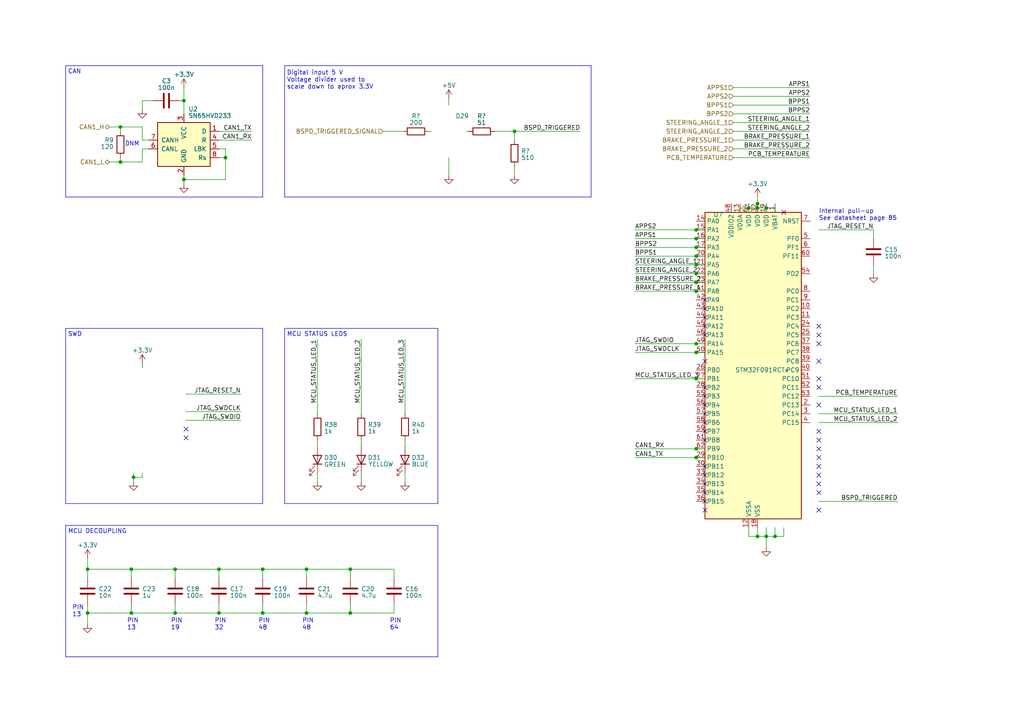
<source format=kicad_sch>
(kicad_sch (version 20230121) (generator eeschema)
  (paper "A4")
  (title_block (title "VEHICLE MEASUREMENT UNIT (VMU)") (rev "1.0") (company "KTH FORMULA STUDENT") (comment 1 "DeV17/DeV18") (comment 2 "PHILIP LIND") (comment 3 "PHILIND@KTH.SE"))
  (lib_symbols
    (symbol "Device:C" (pin_numbers hide) (pin_names (offset 0.254))
      (property "Reference" "C" (at 0.635 2.54 0))
      (property "Value" "C" (at 0.635 -2.54 0))
      (symbol "C_0_1"
        (polyline (pts (xy -2.032 -0.762) (xy 2.032 -0.762)) (stroke (width 0.508)))
        (polyline (pts (xy -2.032 0.762) (xy 2.032 0.762)) (stroke (width 0.508)))
      )
      (symbol "C_1_1"
        (pin passive line (at 0 3.81 270) (length 2.794) (name "~") (number "1"))
        (pin passive line (at 0 -3.81 90) (length 2.794) (name "~") (number "2"))
      )
    )
    (symbol "Device:LED" (pin_numbers hide) (pin_names (offset 1.016) hide)
      (property "Reference" "D" (at 0 2.54 0))
      (property "Value" "LED" (at 0 -2.54 0))
      (symbol "LED_0_1"
        (polyline (pts (xy -1.27 -1.27) (xy -1.27 1.27)) (stroke (width 0.254)))
        (polyline (pts (xy -1.27 0) (xy 1.27 0)))
        (polyline (pts (xy 1.27 -1.27) (xy 1.27 1.27) (xy -1.27 0) (xy 1.27 -1.27)) (stroke (width 0.254)))
        (polyline (pts (xy -3.048 -0.762) (xy -4.572 -2.286) (xy -3.81 -2.286) (xy -4.572 -2.286) (xy -4.572 -1.524)))
        (polyline (pts (xy -1.778 -0.762) (xy -3.302 -2.286) (xy -2.54 -2.286) (xy -3.302 -2.286) (xy -3.302 -1.524)))
      )
      (symbol "LED_1_1"
        (pin passive line (at -3.81 0 0) (length 2.54) (name "K") (number "1"))
        (pin passive line (at 3.81 0 180) (length 2.54) (name "A") (number "2"))
      )
    )
    (symbol "Device:R" (pin_numbers hide) (pin_names (offset 0))
      (property "Reference" "R" (at 2.032 0 90))
      (property "Value" "R" (at 0 0 90))
      (symbol "R_0_1"
        (rectangle (start -1.016 -2.54) (end 1.016 2.54) (stroke (width 0.254)))
      )
      (symbol "R_1_1"
        (pin passive line (at 0 3.81 270) (length 1.27) (name "~") (number "1"))
        (pin passive line (at 0 -3.81 90) (length 1.27) (name "~") (number "2"))
      )
    )
    (symbol "Interface_CAN_LIN:SN65HVD233" (pin_names (offset 1.016))
      (property "Reference" "U" (at -2.54 10.16 0))
      (property "Value" "SN65HVD233" (at -2.54 7.62 0))
      (symbol "SN65HVD233_0_1"
        (rectangle (start -7.62 5.08) (end 7.62 -7.62) (stroke (width 0.254)) (fill (type background)))
      )
      (symbol "SN65HVD233_1_1"
        (pin input line (at -10.16 2.54 0) (length 2.54) (name "D") (number "1"))
        (pin power_in line (at 0 -10.16 90) (length 2.54) (name "GND") (number "2"))
        (pin power_in line (at 0 7.62 270) (length 2.54) (name "VCC") (number "3"))
        (pin output line (at -10.16 0 0) (length 2.54) (name "R") (number "4"))
        (pin input line (at -10.16 -2.54 0) (length 2.54) (name "LBK") (number "5"))
        (pin bidirectional line (at 10.16 -2.54 180) (length 2.54) (name "CANL") (number "6"))
        (pin bidirectional line (at 10.16 0 180) (length 2.54) (name "CANH") (number "7"))
        (pin input line (at -10.16 -5.08 0) (length 2.54) (name "Rs") (number "8"))
      )
    )
    (symbol "MCU_ST_STM32F0:STM32F091RCTx"
      (property "Reference" "U" (at -12.7 46.99 0))
      (property "Value" "STM32F091RCTx" (at 10.16 46.99 0))
      (symbol "STM32F091RCTx_0_1"
        (rectangle (start -12.7 -43.18) (end 15.24 45.72) (stroke (width 0.254)) (fill (type background)))
      )
      (symbol "STM32F091RCTx_1_1"
        (pin power_in line (at -5.08 48.26 270) (length 2.54) (name "VBAT") (number "1"))
        (pin bidirectional line (at -15.24 17.78 0) (length 2.54) (name "PC2") (number "10"))
        (pin bidirectional line (at -15.24 15.24 0) (length 2.54) (name "PC3") (number "11"))
        (pin power_in line (at 2.54 -45.72 90) (length 2.54) (name "VSSA") (number "12"))
        (pin power_in line (at 5.08 48.26 270) (length 2.54) (name "VDDA") (number "13"))
        (pin bidirectional line (at 17.78 43.18 180) (length 2.54) (name "PA0") (number "14"))
        (pin bidirectional line (at 17.78 40.64 180) (length 2.54) (name "PA1") (number "15"))
        (pin bidirectional line (at 17.78 38.1 180) (length 2.54) (name "PA2") (number "16"))
        (pin bidirectional line (at 17.78 35.56 180) (length 2.54) (name "PA3") (number "17"))
        (pin power_in line (at 0 -45.72 90) (length 2.54) (name "VSS") (number "18"))
        (pin power_in line (at -2.54 48.26 270) (length 2.54) (name "VDD") (number "19"))
        (pin bidirectional line (at -15.24 -10.16 0) (length 2.54) (name "PC13") (number "2"))
        (pin bidirectional line (at 17.78 33.02 180) (length 2.54) (name "PA4") (number "20"))
        (pin bidirectional line (at 17.78 30.48 180) (length 2.54) (name "PA5") (number "21"))
        (pin bidirectional line (at 17.78 27.94 180) (length 2.54) (name "PA6") (number "22"))
        (pin bidirectional line (at 17.78 25.4 180) (length 2.54) (name "PA7") (number "23"))
        (pin bidirectional line (at -15.24 12.7 0) (length 2.54) (name "PC4") (number "24"))
        (pin bidirectional line (at -15.24 10.16 0) (length 2.54) (name "PC5") (number "25"))
        (pin bidirectional line (at 17.78 0 180) (length 2.54) (name "PB0") (number "26"))
        (pin bidirectional line (at 17.78 -2.54 180) (length 2.54) (name "PB1") (number "27"))
        (pin bidirectional line (at 17.78 -5.08 180) (length 2.54) (name "PB2") (number "28"))
        (pin bidirectional line (at 17.78 -25.4 180) (length 2.54) (name "PB10") (number "29"))
        (pin bidirectional line (at -15.24 -12.7 0) (length 2.54) (name "PC14") (number "3"))
        (pin bidirectional line (at 17.78 -27.94 180) (length 2.54) (name "PB11") (number "30"))
        (pin passive line (at 0 -45.72 90) (length 2.54) hide (name "VSS") (number "31"))
        (pin power_in line (at 0 48.26 270) (length 2.54) (name "VDD") (number "32"))
        (pin bidirectional line (at 17.78 -30.48 180) (length 2.54) (name "PB12") (number "33"))
        (pin bidirectional line (at 17.78 -33.02 180) (length 2.54) (name "PB13") (number "34"))
        (pin bidirectional line (at 17.78 -35.56 180) (length 2.54) (name "PB14") (number "35"))
        (pin bidirectional line (at 17.78 -38.1 180) (length 2.54) (name "PB15") (number "36"))
        (pin bidirectional line (at -15.24 7.62 0) (length 2.54) (name "PC6") (number "37"))
        (pin bidirectional line (at -15.24 5.08 0) (length 2.54) (name "PC7") (number "38"))
        (pin bidirectional line (at -15.24 2.54 0) (length 2.54) (name "PC8") (number "39"))
        (pin bidirectional line (at -15.24 -15.24 0) (length 2.54) (name "PC15") (number "4"))
        (pin bidirectional line (at -15.24 0 0) (length 2.54) (name "PC9") (number "40"))
        (pin bidirectional line (at 17.78 22.86 180) (length 2.54) (name "PA8") (number "41"))
        (pin bidirectional line (at 17.78 20.32 180) (length 2.54) (name "PA9") (number "42"))
        (pin bidirectional line (at 17.78 17.78 180) (length 2.54) (name "PA10") (number "43"))
        (pin bidirectional line (at 17.78 15.24 180) (length 2.54) (name "PA11") (number "44"))
        (pin bidirectional line (at 17.78 12.7 180) (length 2.54) (name "PA12") (number "45"))
        (pin bidirectional line (at 17.78 10.16 180) (length 2.54) (name "PA13") (number "46"))
        (pin passive line (at 0 -45.72 90) (length 2.54) hide (name "VSS") (number "47"))
        (pin power_in line (at 7.62 48.26 270) (length 2.54) (name "VDDIO2") (number "48"))
        (pin bidirectional line (at 17.78 7.62 180) (length 2.54) (name "PA14") (number "49"))
        (pin bidirectional line (at -15.24 38.1 0) (length 2.54) (name "PF0") (number "5"))
        (pin bidirectional line (at 17.78 5.08 180) (length 2.54) (name "PA15") (number "50"))
        (pin bidirectional line (at -15.24 -2.54 0) (length 2.54) (name "PC10") (number "51"))
        (pin bidirectional line (at -15.24 -5.08 0) (length 2.54) (name "PC11") (number "52"))
        (pin bidirectional line (at -15.24 -7.62 0) (length 2.54) (name "PC12") (number "53"))
        (pin bidirectional line (at -15.24 27.94 0) (length 2.54) (name "PD2") (number "54"))
        (pin bidirectional line (at 17.78 -7.62 180) (length 2.54) (name "PB3") (number "55"))
        (pin bidirectional line (at 17.78 -10.16 180) (length 2.54) (name "PB4") (number "56"))
        (pin bidirectional line (at 17.78 -12.7 180) (length 2.54) (name "PB5") (number "57"))
        (pin bidirectional line (at 17.78 -15.24 180) (length 2.54) (name "PB6") (number "58"))
        (pin bidirectional line (at 17.78 -17.78 180) (length 2.54) (name "PB7") (number "59"))
        (pin bidirectional line (at -15.24 35.56 0) (length 2.54) (name "PF1") (number "6"))
        (pin bidirectional line (at -15.24 33.02 0) (length 2.54) (name "PF11") (number "60"))
        (pin bidirectional line (at 17.78 -20.32 180) (length 2.54) (name "PB8") (number "61"))
        (pin bidirectional line (at 17.78 -22.86 180) (length 2.54) (name "PB9") (number "62"))
        (pin passive line (at 0 -45.72 90) (length 2.54) hide (name "VSS") (number "63"))
        (pin power_in line (at 2.54 48.26 270) (length 2.54) (name "VDD") (number "64"))
        (pin input line (at -15.24 43.18 0) (length 2.54) (name "NRST") (number "7"))
        (pin bidirectional line (at -15.24 22.86 0) (length 2.54) (name "PC0") (number "8"))
        (pin bidirectional line (at -15.24 20.32 0) (length 2.54) (name "PC1") (number "9"))
      )
    )
    (symbol "power:+3.3V" (power) (pin_names (offset 0))
      (property "Value" "+3.3V" (at 0 3.556 0))
      (symbol "+3.3V_0_1"
        (polyline (pts (xy -0.762 1.27) (xy 0 2.54)))
        (polyline (pts (xy 0 0) (xy 0 2.54)))
        (polyline (pts (xy 0 2.54) (xy 0.762 1.27)))
      )
      (symbol "+3.3V_1_1"
        (pin power_in line (at 0 0 90) (length 0) hide (name "+3.3V") (number "1"))
      )
    )
    (symbol "power:+5V" (power) (pin_names (offset 0))
      (property "Value" "+5V" (at 0 3.556 0))
      (symbol "+5V_0_1"
        (polyline (pts (xy -0.762 1.27) (xy 0 2.54)))
        (polyline (pts (xy 0 0) (xy 0 2.54)))
        (polyline (pts (xy 0 2.54) (xy 0.762 1.27)))
      )
      (symbol "+5V_1_1"
        (pin power_in line (at 0 0 90) (length 0) hide (name "+5V") (number "1"))
      )
    )
    (symbol "power:GND" (power) (pin_names (offset 0))
      (property "Value" "GND" (at 0 -3.81 0))
      (symbol "GND_0_1"
        (polyline (pts (xy 0 0) (xy 0 -1.27) (xy 1.27 -1.27) (xy 0 -2.54) (xy -1.27 -1.27) (xy 0 -1.27)))
      )
      (symbol "GND_1_1"
        (pin power_in line (at 0 0 270) (length 0) hide (name "GND") (number "1"))
      )
    )
  )
  (junction (at 201.93 99.695))
  (junction (at 201.93 69.215))
  (junction (at 201.93 84.455))
  (junction (at 201.93 102.235))
  (junction (at 219.71 155.575))
  (junction (at 222.25 60.325))
  (junction (at 50.8 165.1))
  (junction (at 201.93 132.715))
  (junction (at 201.93 66.675))
  (junction (at 201.93 79.375))
  (junction (at 219.71 60.325))
  (junction (at 38.1 165.1))
  (junction (at 76.2 165.1))
  (junction (at 53.34 52.07))
  (junction (at 201.93 109.855))
  (junction (at 101.6 177.8))
  (junction (at 222.25 155.575))
  (junction (at 201.93 81.915))
  (junction (at 217.17 60.325))
  (junction (at 65.405 45.72))
  (junction (at 88.9 165.1))
  (junction (at 25.4 165.1))
  (junction (at 76.2 177.8))
  (junction (at 201.93 74.295))
  (junction (at 63.5 177.8))
  (junction (at 53.34 29.21))
  (junction (at 38.1 177.8))
  (junction (at 34.925 36.83))
  (junction (at 63.5 165.1))
  (junction (at 88.9 177.8))
  (junction (at 25.4 177.8))
  (junction (at 38.735 138.43))
  (junction (at 201.93 76.835))
  (junction (at 50.8 177.8))
  (junction (at 101.6 165.1))
  (junction (at 34.925 46.99))
  (junction (at 201.93 71.755))
  (junction (at 219.71 59.055))
  (junction (at 149.225 38.1))
  (junction (at 201.93 130.175))
  (junction (at 224.79 155.575))
  (no_connect (at 204.47 89.535))
  (no_connect (at 204.47 112.395))
  (no_connect (at 204.47 145.415))
  (no_connect (at 204.47 122.555))
  (no_connect (at 237.49 140.335))
  (no_connect (at 227.33 61.595))
  (no_connect (at 237.49 132.715))
  (no_connect (at 204.47 97.155))
  (no_connect (at 204.47 135.255))
  (no_connect (at 237.49 104.775))
  (no_connect (at 204.47 114.935))
  (no_connect (at 237.49 135.255))
  (no_connect (at 237.49 94.615))
  (no_connect (at 237.49 109.855))
  (no_connect (at 204.47 127.635))
  (no_connect (at 237.49 130.175))
  (no_connect (at 204.47 92.075))
  (no_connect (at 237.49 112.395))
  (no_connect (at 53.975 124.46))
  (no_connect (at 237.49 125.095))
  (no_connect (at 237.49 147.955))
  (no_connect (at 204.47 104.775))
  (no_connect (at 53.975 127))
  (no_connect (at 204.47 117.475))
  (no_connect (at 237.49 117.475))
  (no_connect (at 204.47 94.615))
  (no_connect (at 237.49 127.635))
  (no_connect (at 237.49 137.795))
  (no_connect (at 237.49 142.875))
  (no_connect (at 204.47 147.955))
  (no_connect (at 204.47 137.795))
  (no_connect (at 237.49 97.155))
  (no_connect (at 237.49 99.695))
  (no_connect (at 204.47 142.875))
  (no_connect (at 204.47 120.015))
  (no_connect (at 204.47 125.095))
  (no_connect (at 204.47 140.335))
  (no_connect (at 204.47 86.995))
  (wire (pts (xy 224.79 60.325) (xy 224.79 61.595)))
  (polyline (pts (xy 82.55 146.05) (xy 127 146.05)))
  (wire (pts (xy 184.15 76.835) (xy 201.93 76.835)))
  (polyline (pts (xy 82.55 57.15) (xy 171.45 57.15)))
  (wire (pts (xy 184.15 71.755) (xy 201.93 71.755)))
  (wire (pts (xy 204.47 69.215) (xy 201.93 69.215)))
  (wire (pts (xy 53.975 119.38) (xy 69.85 119.38)))
  (wire (pts (xy 204.47 74.295) (xy 201.93 74.295)))
  (wire (pts (xy 201.93 66.675) (xy 204.47 66.675)))
  (wire (pts (xy 201.93 81.915) (xy 204.47 81.915)))
  (wire (pts (xy 76.2 177.8) (xy 88.9 177.8)))
  (polyline (pts (xy 127 146.05) (xy 127 95.25)))
  (polyline (pts (xy 76.2 57.15) (xy 76.2 19.05)))
  (wire (pts (xy 184.15 81.915) (xy 201.93 81.915)))
  (wire (pts (xy 217.17 155.575) (xy 219.71 155.575)))
  (wire (pts (xy 76.2 177.8) (xy 76.2 175.26)))
  (wire (pts (xy 92.075 127.635) (xy 92.075 129.54)))
  (polyline (pts (xy 171.45 19.05) (xy 171.45 57.15)))
  (wire (pts (xy 65.405 45.72) (xy 65.405 52.07)))
  (wire (pts (xy 101.6 177.8) (xy 88.9 177.8)))
  (wire (pts (xy 41.275 138.43) (xy 41.275 137.16)))
  (wire (pts (xy 34.925 46.99) (xy 31.75 46.99)))
  (wire (pts (xy 201.93 76.835) (xy 204.47 76.835)))
  (polyline (pts (xy 76.2 146.05) (xy 19.05 146.05)))
  (wire (pts (xy 219.71 60.325) (xy 219.71 61.595)))
  (wire (pts (xy 125.095 38.1) (xy 124.46 38.1)))
  (wire (pts (xy 53.34 52.07) (xy 53.34 50.8)))
  (wire (pts (xy 43.18 43.18) (xy 41.275 43.18)))
  (wire (pts (xy 43.18 40.64) (xy 41.275 40.64)))
  (wire (pts (xy 114.3 175.26) (xy 114.3 177.8)))
  (wire (pts (xy 38.735 138.43) (xy 38.735 139.7)))
  (wire (pts (xy 224.79 155.575) (xy 222.25 155.575)))
  (wire (pts (xy 130.175 50.8) (xy 130.175 45.72)))
  (wire (pts (xy 53.34 25.4) (xy 53.34 29.21)))
  (wire (pts (xy 63.5 38.1) (xy 73.025 38.1)))
  (wire (pts (xy 38.735 138.43) (xy 41.275 138.43)))
  (wire (pts (xy 212.725 30.48) (xy 234.95 30.48)))
  (wire (pts (xy 53.975 114.3) (xy 69.85 114.3)))
  (wire (pts (xy 212.725 35.56) (xy 234.95 35.56)))
  (wire (pts (xy 253.365 69.215) (xy 253.365 66.675)))
  (wire (pts (xy 149.225 40.64) (xy 149.225 38.1)))
  (wire (pts (xy 34.925 46.99) (xy 34.925 45.72)))
  (wire (pts (xy 41.275 40.64) (xy 41.275 36.83)))
  (wire (pts (xy 104.775 127.635) (xy 104.775 129.54)))
  (wire (pts (xy 217.17 60.325) (xy 217.17 61.595)))
  (wire (pts (xy 184.15 130.175) (xy 201.93 130.175)))
  (wire (pts (xy 92.075 137.16) (xy 92.075 139.7)))
  (polyline (pts (xy 76.2 19.05) (xy 19.05 19.05)))
  (polyline (pts (xy 82.55 95.25) (xy 82.55 146.05)))
  (wire (pts (xy 101.6 167.64) (xy 101.6 165.1)))
  (wire (pts (xy 130.175 30.48) (xy 130.175 28.575)))
  (wire (pts (xy 53.34 53.34) (xy 53.34 52.07)))
  (polyline (pts (xy 19.05 146.05) (xy 19.05 95.25)))
  (wire (pts (xy 184.15 109.855) (xy 201.93 109.855)))
  (wire (pts (xy 201.93 74.295) (xy 184.15 74.295)))
  (wire (pts (xy 88.9 167.64) (xy 88.9 165.1)))
  (wire (pts (xy 222.25 60.325) (xy 222.25 61.595)))
  (wire (pts (xy 219.71 59.055) (xy 219.71 57.15)))
  (wire (pts (xy 34.925 36.83) (xy 31.75 36.83)))
  (wire (pts (xy 38.1 177.8) (xy 38.1 175.26)))
  (wire (pts (xy 25.4 161.925) (xy 25.4 165.1)))
  (wire (pts (xy 92.075 98.425) (xy 92.075 120.015)))
  (polyline (pts (xy 19.05 19.05) (xy 19.05 57.15)))
  (wire (pts (xy 65.405 45.72) (xy 63.5 45.72)))
  (wire (pts (xy 237.49 66.675) (xy 253.365 66.675)))
  (wire (pts (xy 114.3 177.8) (xy 101.6 177.8)))
  (wire (pts (xy 41.275 29.21) (xy 41.275 31.75)))
  (wire (pts (xy 104.775 137.16) (xy 104.775 139.7)))
  (wire (pts (xy 53.34 29.21) (xy 53.34 33.02)))
  (wire (pts (xy 212.725 25.4) (xy 234.95 25.4)))
  (wire (pts (xy 212.725 43.18) (xy 234.95 43.18)))
  (polyline (pts (xy 19.05 95.25) (xy 76.2 95.25)))
  (wire (pts (xy 50.8 177.8) (xy 50.8 175.26)))
  (polyline (pts (xy 82.55 57.15) (xy 82.55 19.05)))
  (wire (pts (xy 219.71 155.575) (xy 222.25 155.575)))
  (wire (pts (xy 34.925 36.83) (xy 41.275 36.83)))
  (wire (pts (xy 217.17 153.035) (xy 217.17 155.575)))
  (wire (pts (xy 149.225 38.1) (xy 143.51 38.1)))
  (wire (pts (xy 212.725 33.02) (xy 234.95 33.02)))
  (wire (pts (xy 253.365 79.375) (xy 253.365 76.835)))
  (wire (pts (xy 149.225 38.1) (xy 168.275 38.1)))
  (wire (pts (xy 41.275 46.99) (xy 34.925 46.99)))
  (wire (pts (xy 117.475 129.54) (xy 117.475 127.635)))
  (wire (pts (xy 237.49 122.555) (xy 260.35 122.555)))
  (wire (pts (xy 219.71 60.325) (xy 219.71 59.055)))
  (wire (pts (xy 135.89 38.1) (xy 135.255 38.1)))
  (wire (pts (xy 116.84 38.1) (xy 111.125 38.1)))
  (polyline (pts (xy 127 152.4) (xy 19.05 152.4)))
  (wire (pts (xy 53.975 121.92) (xy 69.85 121.92)))
  (wire (pts (xy 184.15 66.675) (xy 201.93 66.675)))
  (wire (pts (xy 38.735 137.16) (xy 38.735 138.43)))
  (wire (pts (xy 63.5 177.8) (xy 50.8 177.8)))
  (wire (pts (xy 44.45 29.21) (xy 41.275 29.21)))
  (wire (pts (xy 38.1 167.64) (xy 38.1 165.1)))
  (wire (pts (xy 201.93 132.715) (xy 204.47 132.715)))
  (wire (pts (xy 25.4 177.8) (xy 25.4 180.975)))
  (wire (pts (xy 184.15 102.235) (xy 201.93 102.235)))
  (wire (pts (xy 227.33 155.575) (xy 224.79 155.575)))
  (wire (pts (xy 76.2 165.1) (xy 76.2 167.64)))
  (wire (pts (xy 52.07 29.21) (xy 53.34 29.21)))
  (wire (pts (xy 63.5 43.18) (xy 65.405 43.18)))
  (polyline (pts (xy 127 190.5) (xy 127 152.4)))
  (wire (pts (xy 149.225 50.8) (xy 149.225 48.26)))
  (wire (pts (xy 88.9 177.8) (xy 88.9 175.26)))
  (wire (pts (xy 222.25 155.575) (xy 222.25 153.035)))
  (wire (pts (xy 184.15 132.715) (xy 201.93 132.715)))
  (wire (pts (xy 50.8 165.1) (xy 63.5 165.1)))
  (wire (pts (xy 184.15 99.695) (xy 201.93 99.695)))
  (polyline (pts (xy 127 95.25) (xy 82.55 95.25)))
  (polyline (pts (xy 19.05 190.5) (xy 127 190.5)))
  (wire (pts (xy 201.93 99.695) (xy 204.47 99.695)))
  (wire (pts (xy 201.93 102.235) (xy 204.47 102.235)))
  (wire (pts (xy 65.405 43.18) (xy 65.405 45.72)))
  (wire (pts (xy 214.63 61.595) (xy 214.63 60.325)))
  (wire (pts (xy 50.8 165.1) (xy 50.8 167.64)))
  (polyline (pts (xy 19.05 152.4) (xy 19.05 190.5)))
  (wire (pts (xy 217.17 60.325) (xy 219.71 60.325)))
  (wire (pts (xy 201.93 69.215) (xy 184.15 69.215)))
  (wire (pts (xy 63.5 177.8) (xy 76.2 177.8)))
  (wire (pts (xy 214.63 60.325) (xy 217.17 60.325)))
  (wire (pts (xy 201.93 84.455) (xy 184.15 84.455)))
  (wire (pts (xy 237.49 145.415) (xy 260.35 145.415)))
  (wire (pts (xy 63.5 165.1) (xy 76.2 165.1)))
  (wire (pts (xy 73.025 40.64) (xy 63.5 40.64)))
  (wire (pts (xy 38.1 177.8) (xy 50.8 177.8)))
  (wire (pts (xy 63.5 167.64) (xy 63.5 165.1)))
  (wire (pts (xy 25.4 165.1) (xy 25.4 167.64)))
  (wire (pts (xy 65.405 52.07) (xy 53.34 52.07)))
  (wire (pts (xy 114.3 165.1) (xy 114.3 167.64)))
  (wire (pts (xy 117.475 98.425) (xy 117.475 120.015)))
  (wire (pts (xy 41.275 43.18) (xy 41.275 46.99)))
  (polyline (pts (xy 82.55 19.05) (xy 171.45 19.05)))
  (wire (pts (xy 222.25 60.325) (xy 224.79 60.325)))
  (wire (pts (xy 224.79 153.035) (xy 224.79 155.575)))
  (wire (pts (xy 237.49 114.935) (xy 260.35 114.935)))
  (wire (pts (xy 219.71 155.575) (xy 219.71 153.035)))
  (wire (pts (xy 63.5 177.8) (xy 63.5 175.26)))
  (wire (pts (xy 212.725 27.94) (xy 234.95 27.94)))
  (wire (pts (xy 237.49 120.015) (xy 260.35 120.015)))
  (wire (pts (xy 101.6 165.1) (xy 88.9 165.1)))
  (wire (pts (xy 212.725 45.72) (xy 234.95 45.72)))
  (wire (pts (xy 212.725 38.1) (xy 234.95 38.1)))
  (polyline (pts (xy 19.05 57.15) (xy 76.2 57.15)))
  (polyline (pts (xy 76.2 95.25) (xy 76.2 146.05)))
  (wire (pts (xy 222.25 158.75) (xy 222.25 155.575)))
  (wire (pts (xy 41.275 105.41) (xy 41.275 106.68)))
  (wire (pts (xy 204.47 79.375) (xy 201.93 79.375)))
  (wire (pts (xy 38.1 165.1) (xy 25.4 165.1)))
  (wire (pts (xy 204.47 84.455) (xy 201.93 84.455)))
  (wire (pts (xy 38.1 165.1) (xy 50.8 165.1)))
  (wire (pts (xy 117.475 139.7) (xy 117.475 137.16)))
  (wire (pts (xy 101.6 165.1) (xy 114.3 165.1)))
  (wire (pts (xy 101.6 175.26) (xy 101.6 177.8)))
  (wire (pts (xy 25.4 177.8) (xy 38.1 177.8)))
  (wire (pts (xy 227.33 153.035) (xy 227.33 155.575)))
  (wire (pts (xy 201.93 130.175) (xy 204.47 130.175)))
  (wire (pts (xy 25.4 175.26) (xy 25.4 177.8)))
  (wire (pts (xy 219.71 60.325) (xy 222.25 60.325)))
  (wire (pts (xy 104.775 98.425) (xy 104.775 120.015)))
  (wire (pts (xy 88.9 165.1) (xy 76.2 165.1)))
  (wire (pts (xy 212.725 40.64) (xy 234.95 40.64)))
  (wire (pts (xy 201.93 79.375) (xy 184.15 79.375)))
  (wire (pts (xy 201.93 109.855) (xy 204.47 109.855)))
  (wire (pts (xy 34.925 38.1) (xy 34.925 36.83)))
  (wire (pts (xy 201.93 71.755) (xy 204.47 71.755)))
  (text "PIN\n13" (at 20.955 179.07 0) (effects (font (size 1.27 1.27)) (justify left bottom)))
  (text "CAN" (at 19.685 21.59 0) (effects (font (size 1.27 1.27)) (justify left bottom)))
  (text "Internal pull-up\nSee datasheet page 85" (at 237.49 64.135 0) (effects (font (size 1.27 1.27)) (justify left bottom)))
  (text "PIN\n64" (at 113.03 182.88 0) (effects (font (size 1.27 1.27)) (justify left bottom)))
  (text "Digital input 5 V\nVoltage divider used to \nscale down to aprox 3.3V" (at 83.185 26.035 0) (effects (font (size 1.27 1.27)) (justify left bottom)))
  (text "PIN\n48" (at 87.63 182.88 0) (effects (font (size 1.27 1.27)) (justify left bottom)))
  (text "PIN\n48" (at 74.93 182.88 0) (effects (font (size 1.27 1.27)) (justify left bottom)))
  (text "MCU STATUS LEDS" (at 83.185 97.79 0) (effects (font (size 1.27 1.27)) (justify left bottom)))
  (text "SWD" (at 19.685 97.79 0) (effects (font (size 1.27 1.27)) (justify left bottom)))
  (text "PIN\n13" (at 36.83 182.88 0) (effects (font (size 1.27 1.27)) (justify left bottom)))
  (text "MCU DECOUPLING" (at 19.685 154.94 0) (effects (font (size 1.27 1.27)) (justify left bottom)))
  (text "PIN\n32" (at 62.23 182.88 0) (effects (font (size 1.27 1.27)) (justify left bottom)))
  (text "DNM" (at 36.195 42.545 0) (effects (font (size 1.27 1.27)) (justify left bottom)))
  (text "PIN\n19" (at 49.53 182.88 0) (effects (font (size 1.27 1.27)) (justify left bottom)))
  (label "CAN1_TX" (at 184.15 132.715 0))
  (label "STEERING_ANGLE_2" (at 184.15 79.375 0))
  (label "BRAKE_PRESSURE_1" (at 184.15 84.455 0))
  (label "MCU_STATUS_LED_1" (at 260.35 120.015 180))
  (label "BPPS1" (at 184.15 74.295 0))
  (label "PCB_TEMPERATURE" (at 234.95 45.72 180))
  (label "STEERING_ANGLE_2" (at 234.95 38.1 180))
  (label "APPS1" (at 184.15 69.215 0))
  (label "BPPS2" (at 184.15 71.755 0))
  (label "BSPD_TRIGGERED" (at 260.35 145.415 180))
  (label "JTAG_RESET_N" (at 253.365 66.675 180))
  (label "STEERING_ANGLE_1" (at 234.95 35.56 180))
  (label "BPPS2" (at 234.95 33.02 180))
  (label "CAN1_TX" (at 73.025 38.1 180))
  (label "JTAG_RESET_N" (at 69.85 114.3 180))
  (label "BPPS1" (at 234.95 30.48 180))
  (label "MCU_STATUS_LED_2" (at 104.775 98.425 270))
  (label "BSPD_TRIGGERED" (at 168.275 38.1 180))
  (label "BRAKE_PRESSURE_2" (at 234.95 43.18 180))
  (label "JTAG_SWDIO" (at 69.85 121.92 180))
  (label "APPS2" (at 184.15 66.675 0))
  (label "CAN1_RX" (at 73.025 40.64 180))
  (label "PCB_TEMPERATURE" (at 260.35 114.935 180))
  (label "MCU_STATUS_LED_3" (at 117.475 98.425 270))
  (label "STEERING_ANGLE_1" (at 184.15 76.835 0))
  (label "CAN1_RX" (at 184.15 130.175 0))
  (label "JTAG_SWDCLK" (at 184.15 102.235 0))
  (label "MCU_STATUS_LED_2" (at 260.35 122.555 180))
  (label "MCU_STATUS_LED_1" (at 92.075 98.425 270))
  (label "BRAKE_PRESSURE_2" (at 184.15 81.915 0))
  (label "APPS1" (at 234.95 25.4 180))
  (label "JTAG_SWDCLK" (at 69.85 119.38 180))
  (label "MCU_STATUS_LED_3" (at 184.15 109.855 0))
  (label "BRAKE_PRESSURE_1" (at 234.95 40.64 180))
  (label "APPS2" (at 234.95 27.94 180))
  (label "JTAG_SWDIO" (at 184.15 99.695 0))
  (hierarchical_label "APPS1" (shape input) (at 212.725 25.4 180))
  (hierarchical_label "CAN1_L" (shape bidirectional) (at 31.75 46.99 180))
  (hierarchical_label "BRAKE_PRESSURE_2" (shape input) (at 212.725 43.18 180))
  (hierarchical_label "BPPS1" (shape input) (at 212.725 30.48 180))
  (hierarchical_label "BRAKE_PRESSURE_1" (shape input) (at 212.725 40.64 180))
  (hierarchical_label "STEERING_ANGLE_2" (shape input) (at 212.725 38.1 180))
  (hierarchical_label "STEERING_ANGLE_1" (shape input) (at 212.725 35.56 180))
  (hierarchical_label "BSPD_TRIGGERED_SIGNAL" (shape input) (at 111.125 38.1 180))
  (hierarchical_label "APPS2" (shape input) (at 212.725 27.94 180))
  (hierarchical_label "BPPS2" (shape input) (at 212.725 33.02 180))
  (hierarchical_label "CAN1_H" (shape bidirectional) (at 31.75 36.83 180))
  (hierarchical_label "PCB_TEMPERATURE" (shape input) (at 212.725 45.72 180))
  (symbol (lib_id "MCU_ST_STM32F0:STM32F091RCTx") (at 219.71 107.315 0) (mirror y) (unit 1)
    (property "Reference" "U7" (at 208.28 62.23 0))
    (property "Value" "STM32F091RCTx" (at 220.98 107.315 0))
    (property "Footprint" "Package_QFP:LQFP-64_10x10mm_P0.5mm" (effects hide))
    (property "Datasheet" "http://www.st.com/st-web-ui/static/active/en/resource/technical/document/datasheet/DM00115237.pdf" (effects hide))
  )
  (symbol (lib_id "Device:C") (at 38.1 171.45 0) (unit 1)
    (property "Reference" "C23" (at 41.275 170.815 0) (effects (justify left)))
    (property "Value" "1u" (at 41.275 172.72 0) (effects (justify left)))
    (property "Footprint" "Capacitor_SMD:C_0603_1608Metric" (effects hide))
  )
  (symbol (lib_id "Device:C") (at 50.8 171.45 0) (unit 1)
    (property "Reference" "C18" (at 53.975 170.815 0) (effects (justify left)))
    (property "Value" "100n" (at 53.975 172.72 0) (effects (justify left)))
    (property "Footprint" "Capacitor_SMD:C_0603_1608Metric" (effects hide))
  )
  (symbol (lib_id "Device:C") (at 25.4 171.45 0) (unit 1)
    (property "Reference" "C22" (at 28.575 170.815 0) (effects (justify left)))
    (property "Value" "10n" (at 28.575 172.72 0) (effects (justify left)))
    (property "Footprint" "Capacitor_SMD:C_0603_1608Metric" (effects hide))
  )
  (symbol (lib_id "Device:C") (at 63.5 171.45 0) (unit 1)
    (property "Reference" "C17" (at 66.675 170.815 0) (effects (justify left)))
    (property "Value" "100n" (at 66.675 172.72 0) (effects (justify left)))
    (property "Footprint" "Capacitor_SMD:C_0603_1608Metric" (effects hide))
  )
  (symbol (lib_id "Device:C") (at 114.3 171.45 0) (unit 1)
    (property "Reference" "C16" (at 117.475 170.815 0) (effects (justify left)))
    (property "Value" "100n" (at 117.475 172.72 0) (effects (justify left)))
    (property "Footprint" "Capacitor_SMD:C_0603_1608Metric" (effects hide))
  )
  (symbol (lib_id "Device:C") (at 76.2 171.45 0) (unit 1)
    (property "Reference" "C19" (at 79.375 170.815 0) (effects (justify left)))
    (property "Value" "100n" (at 79.375 172.72 0) (effects (justify left)))
    (property "Footprint" "Capacitor_SMD:C_0603_1608Metric" (effects hide))
  )
  (symbol (lib_id "Device:C") (at 88.9 171.45 0) (unit 1)
    (property "Reference" "C21" (at 92.075 170.815 0) (effects (justify left)))
    (property "Value" "4.7u" (at 92.075 172.72 0) (effects (justify left)))
    (property "Footprint" "Capacitor_SMD:C_0603_1608Metric" (effects hide))
  )
  (symbol (lib_id "Device:C") (at 101.6 171.45 0) (unit 1)
    (property "Reference" "C20" (at 104.775 170.815 0) (effects (justify left)))
    (property "Value" "4.7u" (at 104.775 172.72 0) (effects (justify left)))
    (property "Footprint" "Capacitor_SMD:C_0603_1608Metric" (effects hide))
  )
  (symbol (lib_id "power:+3.3V") (at 25.4 161.925 0) (unit 1)
    (property "Reference" "#PWR0152" (effects hide))
    (property "Value" "+3.3V" (at 25.4 158.115 0))
  )
  (symbol (lib_id "power:+3.3V") (at 41.275 105.41 0) (unit 1)
    (property "Reference" "#PWR0146" (effects hide))
    (property "Value" "+3.3V" (at 41.275 101.6 0))
  )
  (symbol (lib_id "KTHFS:ARM_JTAG_SWD_10") (at 41.275 123.19 0) (unit 1)
    (property "Reference" "J6" (at 51.435 107.95 0) (effects (justify right)))
    (property "Value" "ARM_JTAG_SWD_10" (effects hide))
    (property "Footprint" "KTHFS:Atmel_ICP_connector" (effects hide))
  )
  (symbol (lib_id "power:GND") (at 38.735 139.7 0) (unit 1)
    (property "Reference" "#PWR0145" (effects hide))
    (property "Value" "GND" (effects hide))
  )
  (symbol (lib_id "power:GND") (at 222.25 158.75 0) (unit 1)
    (property "Reference" "#PWR0144" (effects hide))
    (property "Value" "GND" (effects hide))
  )
  (symbol (lib_id "Device:R") (at 104.775 123.825 180) (unit 1)
    (property "Reference" "R39" (at 106.68 123.19 0) (effects (justify right)))
    (property "Value" "1k" (at 106.68 125.095 0) (effects (justify right)))
    (property "Footprint" "Resistor_SMD:R_0603_1608Metric" (effects hide))
  )
  (symbol (lib_id "Device:LED") (at 104.775 133.35 270) (mirror x) (unit 1)
    (property "Reference" "D31" (at 108.585 132.715 90))
    (property "Value" "YELLOW" (at 110.49 134.62 90))
    (property "Footprint" "LED_SMD:LED_0603_1608Metric" (effects hide))
  )
  (symbol (lib_id "power:GND") (at 104.775 139.7 0) (unit 1)
    (property "Reference" "#PWR0147" (effects hide))
    (property "Value" "GND" (effects hide))
  )
  (symbol (lib_id "Device:R") (at 117.475 123.825 180) (unit 1)
    (property "Reference" "R40" (at 119.38 123.19 0) (effects (justify right)))
    (property "Value" "1k" (at 119.38 125.095 0) (effects (justify right)))
    (property "Footprint" "Resistor_SMD:R_0603_1608Metric" (effects hide))
  )
  (symbol (lib_id "Device:C") (at 253.365 73.025 0) (unit 1)
    (property "Reference" "C15" (at 256.54 72.39 0) (effects (justify left)))
    (property "Value" "100n" (at 256.54 74.295 0) (effects (justify left)))
    (property "Footprint" "Capacitor_SMD:C_0603_1608Metric" (effects hide))
  )
  (symbol (lib_id "power:GND") (at 253.365 79.375 0) (unit 1)
    (property "Reference" "#PWR0149" (effects hide))
    (property "Value" "GND" (effects hide))
  )
  (symbol (lib_id "Device:R") (at 92.075 123.825 180) (unit 1)
    (property "Reference" "R38" (at 93.98 123.19 0) (effects (justify right)))
    (property "Value" "1k" (at 93.98 125.095 0) (effects (justify right)))
    (property "Footprint" "Resistor_SMD:R_0603_1608Metric" (effects hide))
  )
  (symbol (lib_id "power:+3.3V") (at 219.71 57.15 0) (unit 1)
    (property "Reference" "#PWR0148" (effects hide))
    (property "Value" "+3.3V" (at 219.71 53.34 0))
  )
  (symbol (lib_id "power:GND") (at 130.175 50.8 0) (unit 1)
    (property "Reference" "#PWR?" (effects hide))
    (property "Value" "GND" (effects hide))
    (instances (project "DCU" (path "" (reference "#PWR?") (unit 1)) (path "" (reference "#PWR078") (unit 1))))
  )
  (symbol (lib_id "power:+5V") (at 130.175 28.575 0) (unit 1)
    (property "Reference" "#PWR?" (effects hide))
    (property "Value" "+5V" (at 130.175 24.765 0))
    (instances (project "DCU" (path "" (reference "#PWR?") (unit 1)) (path "" (reference "#PWR077") (unit 1))))
  )
  (symbol (lib_id "Device:R") (at 120.65 38.1 270) (unit 1)
    (property "Reference" "R?" (at 120.65 33.655 90))
    (property "Value" "200" (at 120.65 35.56 90))
    (property "Footprint" "Resistor_SMD:R_0603_1608Metric" (effects hide))
    (instances (project "DCU" (path "" (reference "R?") (unit 1)) (path "" (reference "R35") (unit 1))))
  )
  (symbol (lib_id "KTHFS:D_Schottky_x2_Serial_AKC") (at 130.175 38.1 0) (unit 1)
    (property "Reference" "D29" (at 132.08 33.655 0) (effects (justify left)))
    (property "Value" "D_Schottky_x2_Serial_AKC" (effects hide))
    (property "Footprint" "Package_TO_SOT_SMD:SOT-23" (effects hide))
  )
  (symbol (lib_id "Device:R") (at 139.7 38.1 270) (unit 1)
    (property "Reference" "R?" (at 139.7 33.655 90))
    (property "Value" "51" (at 139.7 35.56 90))
    (property "Footprint" "Resistor_SMD:R_0603_1608Metric" (effects hide))
    (instances (project "DCU" (path "" (reference "R?") (unit 1)) (path "" (reference "R36") (unit 1))))
  )
  (symbol (lib_id "Device:R") (at 149.225 44.45 180) (unit 1)
    (property "Reference" "R?" (at 151.13 43.815 0) (effects (justify right)))
    (property "Value" "510" (at 151.13 45.72 0) (effects (justify right)))
    (property "Footprint" "Resistor_SMD:R_0603_1608Metric" (effects hide))
    (instances (project "DCU" (path "" (reference "R?") (unit 1)) (path "" (reference "R37") (unit 1))))
  )
  (symbol (lib_id "power:GND") (at 149.225 50.8 0) (unit 1)
    (property "Reference" "#PWR0150" (effects hide))
    (property "Value" "GND" (effects hide))
  )
  (symbol (lib_id "Device:LED") (at 117.475 133.35 270) (mirror x) (unit 1)
    (property "Reference" "D32" (at 121.285 132.715 90))
    (property "Value" "BLUE" (at 121.92 134.62 90))
    (property "Footprint" "LED_SMD:LED_0603_1608Metric" (effects hide))
  )
  (symbol (lib_id "Device:LED") (at 92.075 133.35 270) (mirror x) (unit 1)
    (property "Reference" "D30" (at 93.98 132.715 90) (effects (justify left)))
    (property "Value" "GREEN" (at 93.98 133.985 90) (effects (justify left bottom)))
    (property "Footprint" "LED_SMD:LED_0603_1608Metric" (effects hide))
  )
  (symbol (lib_id "power:GND") (at 92.075 139.7 0) (unit 1)
    (property "Reference" "#PWR0151" (effects hide))
    (property "Value" "GND" (effects hide))
  )
  (symbol (lib_id "power:GND") (at 117.475 139.7 0) (unit 1)
    (property "Reference" "#PWR0153" (effects hide))
    (property "Value" "GND" (effects hide))
  )
  (symbol (lib_id "power:GND") (at 25.4 180.975 0) (unit 1)
    (property "Reference" "#PWR0154" (effects hide))
    (property "Value" "GND" (effects hide))
  )
  (symbol (lib_id "power:+3.3V") (at 53.34 25.4 0) (mirror y) (unit 1)
    (property "Reference" "#PWR0155" (effects hide))
    (property "Value" "+3.3V" (at 53.34 21.59 0))
  )
  (symbol (lib_id "power:GND") (at 53.34 53.34 0) (mirror y) (unit 1)
    (property "Reference" "#PWR0156" (effects hide))
    (property "Value" "GND" (effects hide))
  )
  (symbol (lib_id "Device:C") (at 48.26 29.21 90) (mirror x) (unit 1)
    (property "Reference" "C3" (at 48.26 23.495 90))
    (property "Value" "100n" (at 48.26 25.4 90))
    (property "Footprint" "Capacitor_SMD:C_0603_1608Metric" (effects hide))
  )
  (symbol (lib_id "power:GND") (at 41.275 31.75 0) (mirror y) (unit 1)
    (property "Reference" "#PWR0157" (effects hide))
    (property "Value" "GND" (effects hide))
  )
  (symbol (lib_id "Interface_CAN_LIN:SN65HVD233") (at 53.34 40.64 0) (mirror y) (unit 1)
    (property "Reference" "U2" (at 54.61 32.385 0) (effects (justify right bottom)))
    (property "Value" "SN65HVD233" (at 54.61 34.29 0) (effects (justify right bottom)))
    (property "Footprint" "Package_SO:SOIC-8_3.9x4.9mm_P1.27mm" (effects hide))
    (property "Datasheet" "http://www.ti.com/lit/ds/symlink/sn65hvd234.pdf" (effects hide))
  )
  (symbol (lib_id "Device:R") (at 34.925 41.91 0) (mirror y) (unit 1)
    (property "Reference" "R9" (at 33.02 40.64 0) (effects (justify left)))
    (property "Value" "120" (at 33.02 42.545 0) (effects (justify left)))
    (property "Footprint" "Resistor_SMD:R_0603_1608Metric" (effects hide))
  )
)
</source>
